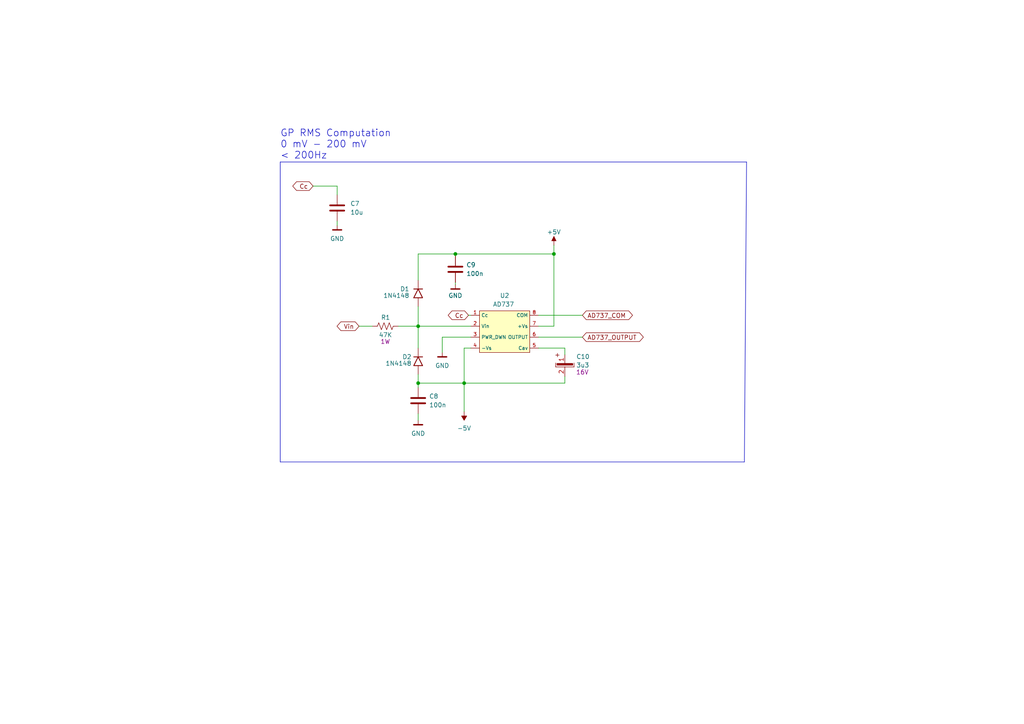
<source format=kicad_sch>
(kicad_sch (version 20230121) (generator eeschema)
  (paper "A4")
  (title_block (title "Uređaj za merenje efektivne vrednosti AC napona") (date "2024-01-19") (rev "2") (company "Srđan Milkić") (comment 4 "AC - DC konvertor"))
  (lib_symbols
    (symbol "1N4148_1" (pin_numbers hide) (pin_names hide)
      (property "Reference" "D1" (at -1.27 5.715 0))
      (property "Value" "1N4148" (at -3.175 3.81 0))
      (symbol "1N4148_1_0_1"
        (polyline (pts (xy -1.27 1.27) (xy -1.27 -1.27)) (stroke (width 0.254)))
        (polyline (pts (xy 1.27 1.27) (xy 1.27 -1.27) (xy -1.27 0) (xy 1.27 1.27)) (stroke (width 0.254)))
      )
      (symbol "1N4148_1_1_1"
        (pin passive line (at -3.81 0 0) (length 2.54) (name "K") (number "1"))
        (pin passive line (at 3.81 0 180) (length 2.54) (name "A") (number "2"))
      )
    )
    (symbol "Cap_pol_1"
      (property "Reference" "C" (at 1.27 5.715 0))
      (property "Value" "Cap_pol_1" (at 4.445 3.81 0))
      (symbol "Cap_pol_1_0_1"
        (polyline (pts (xy -2.667 -0.381) (xy -2.667 0.762)))
        (polyline (pts (xy -2.667 3.048) (xy -1.651 3.048)))
        (polyline (pts (xy -2.159 3.556) (xy -2.159 2.54)))
        (polyline (pts (xy 0 -0.381) (xy -2.667 -0.381)))
        (polyline (pts (xy 0 -0.381) (xy 2.667 -0.381)))
        (polyline (pts (xy 2.667 -0.381) (xy 2.667 0.762)))
        (rectangle (start 2.286 0.635) (end -2.286 0.127) (fill (type outline)))
      )
      (symbol "Cap_pol_1_1_1"
        (pin input line (at 0 3.175 270) (length 2.794) (name "~") (number "1"))
        (pin input line (at 0 -3.175 90) (length 2.794) (name "~") (number "2"))
      )
    )
    (symbol "Device:C" (pin_numbers hide) (pin_names (offset 0.254))
      (property "Reference" "C" (at 0.635 2.54 0))
      (property "Value" "C" (at 0.635 -2.54 0))
      (symbol "C_0_1"
        (polyline (pts (xy -2.032 -0.762) (xy 2.032 -0.762)) (stroke (width 0.508)))
        (polyline (pts (xy -2.032 0.762) (xy 2.032 0.762)) (stroke (width 0.508)))
      )
      (symbol "C_1_1"
        (pin passive line (at 0 3.81 270) (length 2.794) (name "~") (number "1"))
        (pin passive line (at 0 -3.81 90) (length 2.794) (name "~") (number "2"))
      )
    )
    (symbol "Device:R_US" (pin_numbers hide) (pin_names (offset 0))
      (property "Reference" "R" (at 2.54 0 90))
      (property "Value" "R_US" (at -2.54 0 90))
      (symbol "R_US_0_1"
        (polyline (pts (xy 0 -2.286) (xy 0 -2.54)))
        (polyline (pts (xy 0 2.286) (xy 0 2.54)))
        (polyline (pts (xy 0 -0.762) (xy 1.016 -1.143) (xy 0 -1.524) (xy -1.016 -1.905) (xy 0 -2.286)))
        (polyline (pts (xy 0 0.762) (xy 1.016 0.381) (xy 0 0) (xy -1.016 -0.381) (xy 0 -0.762)))
        (polyline (pts (xy 0 2.286) (xy 1.016 1.905) (xy 0 1.524) (xy -1.016 1.143) (xy 0 0.762)))
      )
      (symbol "R_US_1_1"
        (pin passive line (at 0 3.81 270) (length 1.27) (name "~") (number "1"))
        (pin passive line (at 0 -3.81 90) (length 1.27) (name "~") (number "2"))
      )
    )
    (symbol "Diode:1N4148" (pin_numbers hide) (pin_names hide)
      (property "Reference" "D2" (at -2.54 1.27 90))
      (property "Value" "1N4148" (at -2.54 3.175 90))
      (symbol "1N4148_0_1"
        (polyline (pts (xy -1.27 1.27) (xy -1.27 -1.27)) (stroke (width 0.254)))
        (polyline (pts (xy 1.27 1.27) (xy 1.27 -1.27) (xy -1.27 0) (xy 1.27 1.27)) (stroke (width 0.254)))
      )
      (symbol "1N4148_1_1"
        (pin passive line (at -3.81 0 0) (length 2.54) (name "K") (number "1"))
        (pin passive line (at 3.81 0 180) (length 2.54) (name "A") (number "2"))
      )
    )
    (symbol "GND_1"
      (property "Value" "GND_1" (at 0 -2.794 0))
      (symbol "GND_1_0_1"
        (polyline (pts (xy -1.27 -1.27) (xy 1.27 -1.27)) (stroke (width 0.4)))
        (polyline (pts (xy 0 -1.27) (xy 0 0)))
      )
      (symbol "GND_1_1_1"
        (pin power_in line (at 0 0 270) (length 0) hide (name "GND") (number "1"))
      )
    )
    (symbol "GND_2"
      (property "Value" "GND_2" (at 0 -2.794 0))
      (symbol "GND_2_0_1"
        (polyline (pts (xy -1.27 -1.27) (xy 1.27 -1.27)) (stroke (width 0.4)))
        (polyline (pts (xy 0 -1.27) (xy 0 0)))
      )
      (symbol "GND_2_1_1"
        (pin power_in line (at 0 0 270) (length 0) hide (name "GND") (number "1"))
      )
    )
    (symbol "PRIUMS_STANDARD:AD737"
      (property "Reference" "IC1" (at -0.3175 11.43 0))
      (property "Value" "AD737" (at -0.3175 8.89 0))
      (symbol "AD737_0_1"
        (rectangle (start -8.89 4.445) (end 5.715 -7.62) (fill (type background)))
      )
      (symbol "AD737_1_1"
        (pin input line (at -11.43 3.175 0) (length 2.54) (name "Cc") (number "1"))
        (pin input line (at -11.43 0 0) (length 2.54) (name "Vin") (number "2"))
        (pin input line (at -11.43 -3.175 0) (length 2.54) (name "PWR_DWN") (number "3"))
        (pin input line (at -11.43 -6.35 0) (length 2.54) (name "-Vs") (number "4"))
        (pin input line (at 8.255 -6.35 180) (length 2.54) (name "Cav") (number "5"))
        (pin input line (at 8.255 -3.175 180) (length 2.54) (name "OUTPUT") (number "6"))
        (pin input line (at 8.255 0 180) (length 2.54) (name "+Vs") (number "7"))
        (pin input line (at 8.255 3.175 180) (length 2.54) (name "COM") (number "8"))
      )
    )
    (symbol "power:+5V" (power) (pin_names (offset 0))
      (property "Value" "+5V" (at 0 5.715 0))
      (symbol "+5V_0_1"
        (polyline (pts (xy 0 0) (xy 0 2.54)))
        (polyline (pts (xy 0 1.27) (xy 0.635 1.27) (xy 0 2.54) (xy -0.635 1.27) (xy 0 1.27)) (fill (type outline)))
      )
      (symbol "+5V_1_1"
        (pin power_in line (at 0 0 90) (length 0) hide (name "+5V") (number "1"))
      )
    )
    (symbol "power:-5V" (power) (pin_names (offset 0))
      (property "Value" "-5V" (at 0 3.81 0))
      (symbol "-5V_0_0"
        (pin power_in line (at 0 0 90) (length 0) hide (name "-5V") (number "1"))
      )
      (symbol "-5V_0_1"
        (polyline (pts (xy 0 0) (xy 0 1.27) (xy 0.762 1.27) (xy 0 2.54) (xy -0.762 1.27) (xy 0 1.27)) (fill (type outline)))
      )
    )
    (symbol "priums:GND"
      (property "Value" "GND" (at 0 -2.794 0))
      (symbol "GND_0_1"
        (polyline (pts (xy -1.27 -1.27) (xy 1.27 -1.27)) (stroke (width 0.4)))
        (polyline (pts (xy 0 -1.27) (xy 0 0)))
      )
      (symbol "GND_1_1"
        (pin power_in line (at 0 0 270) (length 0) hide (name "GND") (number "1"))
      )
    )
  )
  (junction (at 121.285 94.615))
  (junction (at 160.655 73.66))
  (junction (at 134.62 111.125))
  (junction (at 121.285 111.125))
  (junction (at 132.08 73.66))
  (wire (pts (xy 156.21 94.615) (xy 160.655 94.615)))
  (wire (pts (xy 132.08 73.66) (xy 132.08 74.295)))
  (wire (pts (xy 121.285 81.28) (xy 121.285 73.66)))
  (wire (pts (xy 132.08 82.55) (xy 132.08 81.915)))
  (polyline (pts (xy 215.9 133.985) (xy 216.535 46.99)))
  (wire (pts (xy 128.27 97.79) (xy 128.27 102.235)))
  (wire (pts (xy 160.655 71.12) (xy 160.655 73.66)))
  (polyline (pts (xy 81.28 46.99) (xy 81.28 133.985)))
  (polyline (pts (xy 81.28 46.99) (xy 216.535 46.99)))
  (wire (pts (xy 156.21 91.44) (xy 168.91 91.44)))
  (wire (pts (xy 121.285 108.585) (xy 121.285 111.125)))
  (wire (pts (xy 135.89 91.44) (xy 136.525 91.44)))
  (wire (pts (xy 134.62 111.125) (xy 134.62 119.38)))
  (wire (pts (xy 121.285 94.615) (xy 136.525 94.615)))
  (wire (pts (xy 134.62 111.125) (xy 163.83 111.125)))
  (wire (pts (xy 132.08 73.66) (xy 160.655 73.66)))
  (wire (pts (xy 90.805 53.975) (xy 97.79 53.975)))
  (wire (pts (xy 156.21 97.79) (xy 168.91 97.79)))
  (wire (pts (xy 97.79 53.975) (xy 97.79 56.515)))
  (wire (pts (xy 163.83 100.965) (xy 156.21 100.965)))
  (wire (pts (xy 121.285 94.615) (xy 121.285 100.965)))
  (wire (pts (xy 121.285 88.9) (xy 121.285 94.615)))
  (wire (pts (xy 163.83 100.965) (xy 163.83 102.87)))
  (wire (pts (xy 136.525 97.79) (xy 128.27 97.79)))
  (wire (pts (xy 121.285 120.015) (xy 121.285 121.92)))
  (wire (pts (xy 97.79 64.135) (xy 97.79 65.405)))
  (wire (pts (xy 160.655 73.66) (xy 160.655 94.615)))
  (wire (pts (xy 121.285 111.125) (xy 121.285 112.395)))
  (wire (pts (xy 104.14 94.615) (xy 107.95 94.615)))
  (wire (pts (xy 163.83 109.22) (xy 163.83 111.125)))
  (wire (pts (xy 136.525 100.965) (xy 134.62 100.965)))
  (polyline (pts (xy 81.28 133.985) (xy 215.9 133.985)))
  (wire (pts (xy 134.62 100.965) (xy 134.62 111.125)))
  (wire (pts (xy 121.285 73.66) (xy 132.08 73.66)))
  (wire (pts (xy 115.57 94.615) (xy 121.285 94.615)))
  (wire (pts (xy 121.285 111.125) (xy 134.62 111.125)))
  (text "GP RMS Computation\n0 mV - 200 mV\n< 200Hz" (at 81.28 46.355 0) (effects (font (size 2 2)) (justify left bottom)))
  (global_label "Cc" (shape bidirectional) (at 90.805 53.975 180) (property "Intersheetrefs" "${INTERSHEET_REFS}" (effects hide)))
  (global_label "AD737_COM" (shape bidirectional) (at 168.91 91.44 0) (property "Intersheetrefs" "${INTERSHEET_REFS}" (effects hide)))
  (global_label "Vin" (shape bidirectional) (at 104.14 94.615 180) (property "Intersheetrefs" "${INTERSHEET_REFS}" (effects hide)))
  (global_label "Cc" (shape bidirectional) (at 135.89 91.44 180) (property "Intersheetrefs" "${INTERSHEET_REFS}" (effects hide)))
  (global_label "AD737_OUTPUT" (shape bidirectional) (at 168.91 97.79 0) (property "Intersheetrefs" "${INTERSHEET_REFS}" (effects hide)))
  (symbol (lib_id "Device:C") (at 97.79 60.325 0) (unit 1)
    (property "Reference" "C7" (at 101.6 59.0549 0) (effects (justify left)))
    (property "Value" "10u" (at 101.6 61.5949 0) (effects (justify left)))
    (property "Footprint" "Capacitor_SMD:C_0805_2012Metric" (effects hide))
  )
  (symbol (lib_id "Diode:1N4148") (at 121.285 104.775 270) (unit 1)
    (property "Reference" "D2" (at 119.38 103.505 90) (effects (justify right)))
    (property "Value" "1N4148" (at 119.38 105.41 90) (effects (justify right)))
    (property "Footprint" "Diode_THT:D_DO-35_SOD27_P7.62mm_Horizontal" (effects hide))
    (property "Datasheet" "https://assets.nexperia.com/documents/data-sheet/1N4148_1N4448.pdf" (effects hide))
  )
  (symbol (lib_name "GND_1") (lib_id "priums:GND") (at 97.79 65.405 0) (unit 1)
    (property "Reference" "#PWR6" (effects hide))
    (property "Value" "GND" (at 97.79 69.215 0))
  )
  (symbol (lib_id "Device:C") (at 121.285 116.205 0) (unit 1)
    (property "Reference" "C8" (at 124.46 114.9349 0) (effects (justify left)))
    (property "Value" "100n" (at 124.46 117.4749 0) (effects (justify left)))
    (property "Footprint" "Capacitor_SMD:C_0603_1608Metric" (effects hide))
  )
  (symbol (lib_name "GND_2") (lib_id "priums:GND") (at 121.285 121.92 0) (unit 1)
    (property "Reference" "#PWR7" (effects hide))
    (property "Value" "GND" (at 121.285 125.73 0))
  )
  (symbol (lib_id "priums:GND") (at 128.27 102.235 0) (unit 1)
    (property "Reference" "#PWR8" (effects hide))
    (property "Value" "GND" (at 128.27 106.045 0))
  )
  (symbol (lib_name "1N4148_1") (lib_id "Diode:1N4148") (at 121.285 85.09 90) (mirror x) (unit 1)
    (property "Reference" "D1" (at 118.745 83.82 90) (effects (justify left)))
    (property "Value" "1N4148" (at 118.745 85.725 90) (effects (justify left)))
    (property "Footprint" "Diode_THT:D_DO-35_SOD27_P7.62mm_Horizontal" (effects hide))
    (property "Datasheet" "https://assets.nexperia.com/documents/data-sheet/1N4148_1N4448.pdf" (effects hide))
  )
  (symbol (lib_id "Device:R_US") (at 111.76 94.615 270) (unit 1)
    (property "Reference" "R1" (at 110.49 92.075 90) (effects (justify left)))
    (property "Value" "47K" (at 109.855 97.155 90) (effects (justify left)))
    (property "Footprint" "Resistor_SMD:R_1206_3216Metric" (effects hide))
    (property "Power Rating" "1W" (at 111.76 99.06 90))
  )
  (symbol (lib_name "Cap_pol_1") (lib_id "PRIUMS_STANDARD:Cap_pol") (at 163.83 106.045 0) (unit 1)
    (property "Reference" "C10" (at 167.132 103.4414 0) (effects (justify left)))
    (property "Value" "3u3" (at 167.132 105.918 0) (effects (justify left)))
    (property "Footprint" "Capacitor_SMD:C_0805_2012Metric" (effects hide))
    (property "Rated Voltage" "16V" (at 168.91 107.95 0))
  )
  (symbol (lib_id "PRIUMS_STANDARD:AD737") (at 147.955 94.615 0) (unit 1)
    (property "Reference" "U2" (at 146.3675 85.725 0))
    (property "Value" "AD737" (at 146.05 88.265 0))
    (property "Footprint" "Package_DIP:DIP-8_W10.16mm" (effects hide))
    (property "Datasheet" "https://www.analog.com/media/en/technical-documentation/data-sheets/ad737.pdf" (effects hide))
  )
  (symbol (lib_id "power:-5V") (at 134.62 119.38 180) (unit 1)
    (property "Reference" "#PWR010" (effects hide))
    (property "Value" "-5V" (at 134.62 124.206 0))
  )
  (symbol (lib_id "priums:GND") (at 132.08 82.55 0) (unit 1)
    (property "Reference" "#PWR9" (effects hide))
    (property "Value" "GND" (at 132.08 85.725 0))
  )
  (symbol (lib_id "Device:C") (at 132.08 78.105 0) (unit 1)
    (property "Reference" "C9" (at 135.255 76.8349 0) (effects (justify left)))
    (property "Value" "100n" (at 135.255 79.3749 0) (effects (justify left)))
    (property "Footprint" "Capacitor_SMD:C_0603_1608Metric" (effects hide))
  )
  (symbol (lib_id "power:+5V") (at 160.655 71.12 0) (unit 1)
    (property "Reference" "#PWR011" (effects hide))
    (property "Value" "+5V" (at 160.655 67.31 0))
  )
)
</source>
